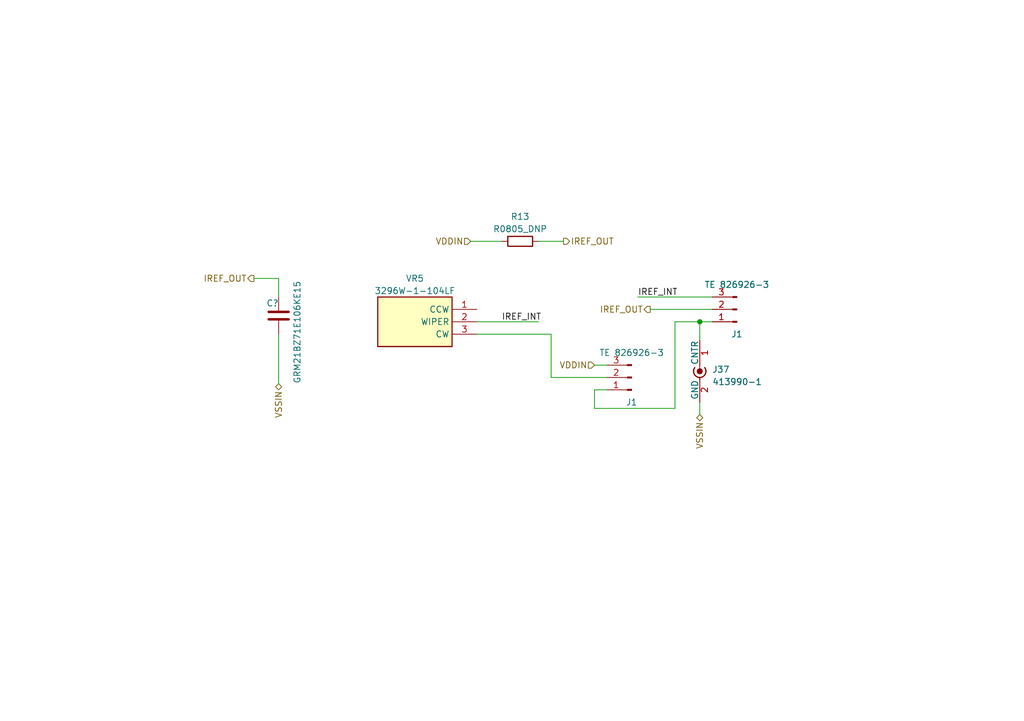
<source format=kicad_sch>
(kicad_sch (version 20230121) (generator eeschema)
  (paper "A5")
  (lib_symbols
    (symbol "cyborg65r2_connectors:413990-1" (pin_names (offset 0))
      (property "Reference" "J" (at 2.54 -1.27 0))
      (property "Value" "413990-1" (at 2.54 -3.81 0))
      (symbol "413990-1_0_0"
        (pin passive line (at 0 0 270) (length 5.08) (name "CNTR") (number "1"))
        (pin passive line (at 0 -12.7 90) (length 5.08) (name "GND") (number "2"))
        (pin passive line (at 0 -12.7 90) (length 5.08) hide (name "GND") (number "3"))
        (pin passive line (at 0 -12.7 90) (length 5.08) hide (name "GND") (number "4"))
        (pin passive line (at 0 -12.7 90) (length 5.08) hide (name "GND") (number "5"))
      )
      (symbol "413990-1_0_1"
        (arc (start -1.2695 -6.3498) (mid 0.0005 -7.6143) (end 1.2705 -6.3498) (stroke (width 0.254)))
        (arc (start -1.0155 -5.5878) (mid -1.2043 -5.9482) (end -1.2695 -6.3498) (stroke (width 0.254)))
        (polyline (pts (xy 0.0005 -7.6198) (xy 0.0005 -8.1278)))
        (polyline (pts (xy 0.0005 -5.0798) (xy 0.0005 -6.3498)))
        (circle (center 0.0005 -6.3498) (radius 0.508) (stroke (width 0.2032)) (fill (type outline)))
        (arc (start 1.2705 -6.3498) (mid 1.2053 -5.9482) (end 1.0165 -5.5878) (stroke (width 0.254)))
      )
    )
    (symbol "cyborg65r2_connectors:TE 826926-3" (pin_names (offset 1.016) hide)
      (property "Reference" "J" (at 0 5.08 0))
      (property "Value" "TE 826926-3" (at 0 -5.08 0))
      (symbol "TE 826926-3_1_1"
        (polyline (pts (xy 1.27 -2.54) (xy 0.8636 -2.54)) (stroke (width 0.1524)))
        (polyline (pts (xy 1.27 0) (xy 0.8636 0)) (stroke (width 0.1524)))
        (polyline (pts (xy 1.27 2.54) (xy 0.8636 2.54)) (stroke (width 0.1524)))
        (rectangle (start 0.8636 -2.413) (end 0 -2.667) (stroke (width 0.1524)) (fill (type outline)))
        (rectangle (start 0.8636 0.127) (end 0 -0.127) (stroke (width 0.1524)) (fill (type outline)))
        (rectangle (start 0.8636 2.667) (end 0 2.413) (stroke (width 0.1524)) (fill (type outline)))
        (pin passive line (at 5.08 2.54 180) (length 3.81) (name "Pin_1") (number "1"))
        (pin passive line (at 5.08 0 180) (length 3.81) (name "Pin_2") (number "2"))
        (pin passive line (at 5.08 -2.54 180) (length 3.81) (name "Pin_3") (number "3"))
      )
    )
    (symbol "cyborg65r2_pcb_passives:3296W-1-104LF"
      (property "Reference" "VR" (at 21.59 7.62 0))
      (property "Value" "3296W-1-104LF" (at 21.59 5.08 0))
      (symbol "3296W-1-104LF_1_1"
        (rectangle (start 5.08 2.54) (end 20.32 -7.62) (stroke (width 0.254)) (fill (type background)))
        (pin passive line (at 0 0 0) (length 5.08) (name "CCW") (number "1"))
        (pin passive line (at 0 -2.54 0) (length 5.08) (name "WIPER") (number "2"))
        (pin passive line (at 0 -5.08 0) (length 5.08) (name "CW") (number "3"))
      )
    )
    (symbol "cyborg65r2_pcb_passives:GRM21BZ71E106KE15" (pin_numbers hide) (pin_names (offset 0.254))
      (property "Reference" "C" (at 0.635 2.54 0))
      (property "Value" "GRM21BZ71E106KE15" (at 0.635 -2.54 0))
      (symbol "GRM21BZ71E106KE15_0_1"
        (polyline (pts (xy -2.032 -0.762) (xy 2.032 -0.762)) (stroke (width 0.508)))
        (polyline (pts (xy -2.032 0.762) (xy 2.032 0.762)) (stroke (width 0.508)))
      )
      (symbol "GRM21BZ71E106KE15_1_1"
        (pin passive line (at 0 3.81 270) (length 2.794) (name "~") (number "1"))
        (pin passive line (at 0 -3.81 90) (length 2.794) (name "~") (number "2"))
      )
    )
    (symbol "cyborg65r2_pcb_passives:R0805_DNP" (pin_numbers hide) (pin_names (offset 0))
      (property "Reference" "R" (at 2.032 0 90))
      (property "Value" "R0805_DNP" (at -2.54 0 90))
      (symbol "R0805_DNP_0_1"
        (rectangle (start -1.016 2.54) (end 1.016 -2.54) (stroke (width 0.254)))
      )
      (symbol "R0805_DNP_1_1"
        (pin passive line (at 0 3.81 270) (length 1.27) (name "~") (number "1"))
        (pin passive line (at 0 -3.81 90) (length 1.27) (name "~") (number "2"))
      )
    )
  )
  (junction (at 143.51 66.04))
  (wire (pts (xy 133.35 63.5) (xy 146.05 63.5)))
  (wire (pts (xy 124.46 77.47) (xy 113.03 77.47)))
  (wire (pts (xy 96.52 49.53) (xy 102.87 49.53)))
  (wire (pts (xy 113.03 77.47) (xy 113.03 68.58)))
  (wire (pts (xy 130.81 60.96) (xy 146.05 60.96)))
  (wire (pts (xy 97.79 66.04) (xy 110.49 66.04)))
  (wire (pts (xy 143.51 82.55) (xy 143.51 85.09)))
  (wire (pts (xy 138.43 66.04) (xy 138.43 83.82)))
  (wire (pts (xy 97.79 68.58) (xy 113.03 68.58)))
  (wire (pts (xy 110.49 49.53) (xy 115.57 49.53)))
  (wire (pts (xy 57.15 60.96) (xy 57.15 57.15)))
  (wire (pts (xy 143.51 66.04) (xy 138.43 66.04)))
  (wire (pts (xy 138.43 83.82) (xy 121.92 83.82)))
  (wire (pts (xy 57.15 68.58) (xy 57.15 78.74)))
  (wire (pts (xy 52.07 57.15) (xy 57.15 57.15)))
  (wire (pts (xy 143.51 66.04) (xy 146.05 66.04)))
  (wire (pts (xy 121.92 83.82) (xy 121.92 80.01)))
  (wire (pts (xy 143.51 69.85) (xy 143.51 66.04)))
  (wire (pts (xy 121.92 74.93) (xy 124.46 74.93)))
  (wire (pts (xy 121.92 80.01) (xy 124.46 80.01)))
  (label "IREF_INT" (at 102.87 66.04 0))
  (label "IREF_INT" (at 130.81 60.96 0))
  (hierarchical_label "VSSIN" (shape bidirectional) (at 57.15 78.74 270))
  (hierarchical_label "VSSIN" (shape bidirectional) (at 143.51 85.09 270))
  (hierarchical_label "VDDIN" (shape input) (at 121.92 74.93 180))
  (hierarchical_label "IREF_OUT" (shape output) (at 133.35 63.5 180))
  (hierarchical_label "VDDIN" (shape input) (at 96.52 49.53 180))
  (hierarchical_label "IREF_OUT" (shape output) (at 115.57 49.53 0))
  (hierarchical_label "IREF_OUT" (shape output) (at 52.07 57.15 180))
  (symbol (lib_id "cyborg65r2_pcb_passives:R0805_DNP") (at 106.68 49.53 90) (unit 1)
    (property "Reference" "R13" (at 106.68 44.45 90))
    (property "Value" "R0805_DNP" (at 106.68 46.99 90))
    (property "Footprint" "Resistor_SMD:R_0805_2012Metric" (effects hide))
  )
  (symbol (lib_id "cyborg65r2_connectors:413990-1") (at 143.51 69.85 0) (unit 1)
    (property "Reference" "J37" (at 146.05 75.8188 0) (effects (justify left)))
    (property "Value" "413990-1" (at 146.05 78.3588 0) (effects (justify left)))
    (property "Footprint" "cyborg65r2_connectors:413990-1" (effects hide))
    (property "Datasheet" "https://componentsearchengine.com/Datasheets/2/413990-1.pdf" (effects hide))
    (property "Description" "SMB Connector Receptacle, Male Pin 50Ohm Through Hole Solder" (effects hide))
    (property "Height" "7.62" (effects hide))
    (property "Manufacturer_Name" "TE Connectivity" (effects hide))
    (property "Manufacturer_Part_Number" "413990-1" (effects hide))
    (property "Mouser Part Number" "571-4139901" (effects hide))
    (property "Mouser Price/Stock" "https://www.mouser.co.uk/ProductDetail/TE-Connectivity/413990-1?qs=7QuPeZUaY4GhWa7hqv5PMQ%3D%3D" (effects hide))
    (property "Arrow Part Number" "413990-1" (effects hide))
    (property "Arrow Price/Stock" "https://www.arrow.com/en/products/413990-1/te-connectivity?region=nac" (effects hide))
  )
  (symbol (lib_id "cyborg65r2_pcb_passives:GRM21BZ71E106KE15") (at 57.15 64.77 0) (unit 1)
    (property "Reference" "C?" (at 54.61 62.23 0) (effects (justify left)))
    (property "Value" "GRM21BZ71E106KE15" (at 60.96 78.74 90) (effects (justify left)))
    (property "Footprint" "Capacitor_SMD:C_0805_2012Metric" (effects hide))
    (property "Datasheet" "https://www.murata.com/products/productdetail?partno=GRM21BZ71E106KE15%23" (effects hide))
    (instances (project "cyborg65r2_thermo_pcb" (path "" (reference "C?") (unit 1)) (path "" (reference "C1") (unit 1)) (path "" (reference "C5") (unit 1)) (path "" (reference "C9") (unit 1)) (path "" (reference "C13") (unit 1)) (path "" (reference "C17") (unit 1)) (path "" (reference "C21") (unit 1)) (path "" (reference "C33") (unit 1)) (path "" (reference "C49") (unit 1))))
  )
  (symbol (lib_id "cyborg65r2_connectors:TE 826926-3") (at 151.13 63.5 180) (unit 1)
    (property "Reference" "J1" (at 151.13 68.58 0))
    (property "Value" "TE 826926-3" (at 151.13 58.42 0))
    (property "Footprint" "Connector_PinHeader_2.54mm:PinHeader_1x03_P2.54mm_Vertical" (effects hide))
    (property "Datasheet" "https://www.te.com/usa-en/product-826926-3.html" (effects hide))
    (instances (project "cyborg65r2_thermo_pcb" (path "" (reference "J1") (unit 1)) (path "" (reference "J8") (unit 1)) (path "" (reference "J12") (unit 1)) (path "" (reference "J16") (unit 1)) (path "" (reference "J20") (unit 1)) (path "" (reference "J24") (unit 1)) (path "" (reference "J36") (unit 1)) (path "" (reference "J38") (unit 1))))
  )
  (symbol (lib_id "cyborg65r2_connectors:TE 826926-3") (at 129.54 77.47 180) (unit 1)
    (property "Reference" "J1" (at 129.54 82.55 0))
    (property "Value" "TE 826926-3" (at 129.54 72.39 0))
    (property "Footprint" "Connector_PinHeader_2.54mm:PinHeader_1x03_P2.54mm_Vertical" (effects hide))
    (property "Datasheet" "https://www.te.com/usa-en/product-826926-3.html" (effects hide))
    (instances (project "cyborg65r2_thermo_pcb" (path "" (reference "J1") (unit 1)) (path "" (reference "J8") (unit 1)) (path "" (reference "J12") (unit 1)) (path "" (reference "J16") (unit 1)) (path "" (reference "J20") (unit 1)) (path "" (reference "J24") (unit 1)) (path "" (reference "J36") (unit 1)) (path "" (reference "J36") (unit 1))))
  )
  (symbol (lib_id "cyborg65r2_pcb_passives:3296W-1-104LF") (at 97.79 63.5 0) (mirror y) (unit 1)
    (property "Reference" "VR5" (at 85.09 57.15 0))
    (property "Value" "3296W-1-104LF" (at 85.09 59.69 0))
    (property "Footprint" "cyborg65r2_passives:3296W-1" (effects hide))
    (property "Datasheet" "https://datasheet.datasheetarchive.com/originals/distributors/Datasheets-10/DSA-187647.pdf" (effects hide))
    (property "Manufacturer_Name" "Bourns" (effects hide))
    (property "Manufacturer_Part_Number" "3296W-1-104LF" (effects hide))
    (property "Mouser Part Number" "652-3296W-1-104LF" (effects hide))
    (property "Mouser Price/Stock" "https://www.mouser.co.uk/ProductDetail/Bourns/3296W-1-104LF?qs=NxuKWO2Bm4Yv9t2iisRb6w%3D%3D" (effects hide))
    (property "Arrow Part Number" "3296W-1-104LF" (effects hide))
    (property "Arrow Price/Stock" "https://www.arrow.com/en/products/3296w-1-104lf/bourns?region=europe" (effects hide))
  )
)
</source>
